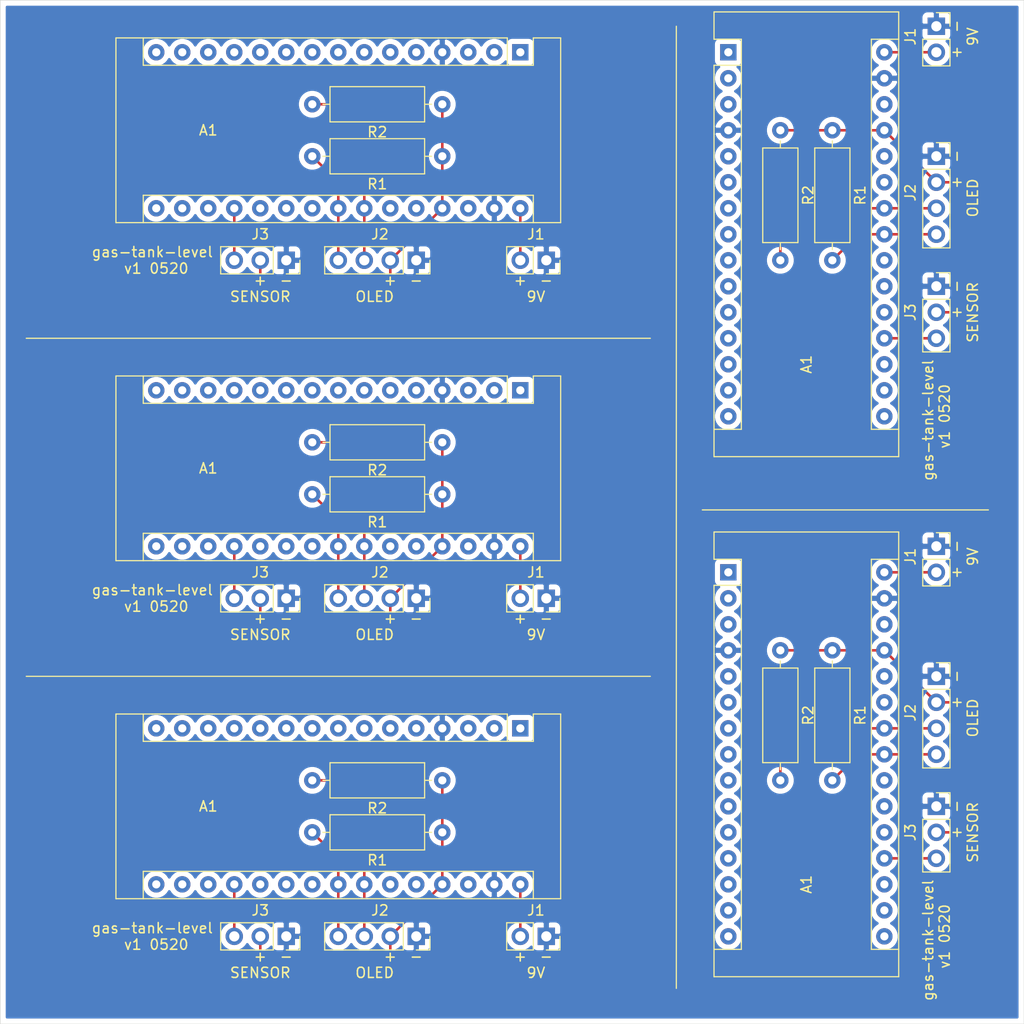
<source format=kicad_pcb>
(kicad_pcb (version 20171130) (host pcbnew 5.1.5-52549c5~84~ubuntu18.04.1)
  (layers (0 F.Cu signal) (31 B.Cu signal hide) (34 B.Paste user) (35 F.Paste user) (36 B.SilkS user) (37 F.SilkS user) (38 B.Mask user) (39 F.Mask user) (44 Edge.Cuts user))
  (net 0 "")
  (net 1 "Net-(A1-Pad1)")
  (net 2 "Net-(A1-Pad17)")
  (net 3 "Net-(A1-Pad2)")
  (net 4 "Net-(A1-Pad18)")
  (net 5 "Net-(A1-Pad3)")
  (net 6 DISTANCE_SENSOR_PIN)
  (net 7 GND)
  (net 8 "Net-(A1-Pad20)")
  (net 9 "Net-(A1-Pad5)")
  (net 10 "Net-(A1-Pad21)")
  (net 11 "Net-(A1-Pad6)")
  (net 12 "Net-(A1-Pad22)")
  (net 13 "Net-(A1-Pad7)")
  (net 14 I2C_SDA)
  (net 15 "Net-(A1-Pad8)")
  (net 16 I2C_SCL)
  (net 17 "Net-(A1-Pad9)")
  (net 18 "Net-(A1-Pad25)")
  (net 19 "Net-(A1-Pad10)")
  (net 20 "Net-(A1-Pad26)")
  (net 21 "Net-(A1-Pad11)")
  (net 22 +5V)
  (net 23 "Net-(A1-Pad12)")
  (net 24 "Net-(A1-Pad28)")
  (net 25 "Net-(A1-Pad13)")
  (net 26 "Net-(A1-Pad14)")
  (net 27 VIN)
  (net 28 "Net-(A1-Pad15)")
  (net 29 "Net-(A1-Pad16)")
  (module Module:Arduino_Nano (layer F.Cu) (at 172.72 106.68)
    (fp_text reference A1 (at 7.62 30.48 -90) (layer F.SilkS))
    (fp_text value Arduino_Nano_v3.x)
    (pad 1 thru_hole rect (at 0 0) (size 1.6 1.6) (drill 0.8) (layers *.Cu *.Mask) (net 1 "Net-(A1-Pad1)"))
    (pad 17 thru_hole oval (at 15.24 33.02) (size 1.6 1.6) (drill 0.8) (layers *.Cu *.Mask) (net 2 "Net-(A1-Pad17)"))
    (pad 2 thru_hole oval (at 0 2.54) (size 1.6 1.6) (drill 0.8) (layers *.Cu *.Mask) (net 3 "Net-(A1-Pad2)"))
    (pad 18 thru_hole oval (at 15.24 30.48) (size 1.6 1.6) (drill 0.8) (layers *.Cu *.Mask) (net 4 "Net-(A1-Pad18)"))
    (pad 3 thru_hole oval (at 0 5.08) (size 1.6 1.6) (drill 0.8) (layers *.Cu *.Mask) (net 5 "Net-(A1-Pad3)"))
    (pad 19 thru_hole oval (at 15.24 27.94) (size 1.6 1.6) (drill 0.8) (layers *.Cu *.Mask) (net 6 DISTANCE_SENSOR_PIN))
    (pad 4 thru_hole oval (at 0 7.62) (size 1.6 1.6) (drill 0.8) (layers *.Cu *.Mask) (net 7 GND))
    (pad 20 thru_hole oval (at 15.24 25.4) (size 1.6 1.6) (drill 0.8) (layers *.Cu *.Mask) (net 8 "Net-(A1-Pad20)"))
    (pad 5 thru_hole oval (at 0 10.16) (size 1.6 1.6) (drill 0.8) (layers *.Cu *.Mask) (net 9 "Net-(A1-Pad5)"))
    (pad 21 thru_hole oval (at 15.24 22.86) (size 1.6 1.6) (drill 0.8) (layers *.Cu *.Mask) (net 10 "Net-(A1-Pad21)"))
    (pad 6 thru_hole oval (at 0 12.7) (size 1.6 1.6) (drill 0.8) (layers *.Cu *.Mask) (net 11 "Net-(A1-Pad6)"))
    (pad 22 thru_hole oval (at 15.24 20.32) (size 1.6 1.6) (drill 0.8) (layers *.Cu *.Mask) (net 12 "Net-(A1-Pad22)"))
    (pad 7 thru_hole oval (at 0 15.24) (size 1.6 1.6) (drill 0.8) (layers *.Cu *.Mask) (net 13 "Net-(A1-Pad7)"))
    (pad 23 thru_hole oval (at 15.24 17.78) (size 1.6 1.6) (drill 0.8) (layers *.Cu *.Mask) (net 14 I2C_SDA))
    (pad 8 thru_hole oval (at 0 17.78) (size 1.6 1.6) (drill 0.8) (layers *.Cu *.Mask) (net 15 "Net-(A1-Pad8)"))
    (pad 24 thru_hole oval (at 15.24 15.24) (size 1.6 1.6) (drill 0.8) (layers *.Cu *.Mask) (net 16 I2C_SCL))
    (pad 9 thru_hole oval (at 0 20.32) (size 1.6 1.6) (drill 0.8) (layers *.Cu *.Mask) (net 17 "Net-(A1-Pad9)"))
    (pad 25 thru_hole oval (at 15.24 12.7) (size 1.6 1.6) (drill 0.8) (layers *.Cu *.Mask) (net 18 "Net-(A1-Pad25)"))
    (pad 10 thru_hole oval (at 0 22.86) (size 1.6 1.6) (drill 0.8) (layers *.Cu *.Mask) (net 19 "Net-(A1-Pad10)"))
    (pad 26 thru_hole oval (at 15.24 10.16) (size 1.6 1.6) (drill 0.8) (layers *.Cu *.Mask) (net 20 "Net-(A1-Pad26)"))
    (pad 11 thru_hole oval (at 0 25.4) (size 1.6 1.6) (drill 0.8) (layers *.Cu *.Mask) (net 21 "Net-(A1-Pad11)"))
    (pad 27 thru_hole oval (at 15.24 7.62) (size 1.6 1.6) (drill 0.8) (layers *.Cu *.Mask) (net 22 +5V))
    (pad 12 thru_hole oval (at 0 27.94) (size 1.6 1.6) (drill 0.8) (layers *.Cu *.Mask) (net 23 "Net-(A1-Pad12)"))
    (pad 28 thru_hole oval (at 15.24 5.08) (size 1.6 1.6) (drill 0.8) (layers *.Cu *.Mask) (net 24 "Net-(A1-Pad28)"))
    (pad 13 thru_hole oval (at 0 30.48) (size 1.6 1.6) (drill 0.8) (layers *.Cu *.Mask) (net 25 "Net-(A1-Pad13)"))
    (pad 29 thru_hole oval (at 15.24 2.54) (size 1.6 1.6) (drill 0.8) (layers *.Cu *.Mask) (net 7 GND))
    (pad 14 thru_hole oval (at 0 33.02) (size 1.6 1.6) (drill 0.8) (layers *.Cu *.Mask) (net 26 "Net-(A1-Pad14)"))
    (pad 30 thru_hole oval (at 15.24 0) (size 1.6 1.6) (drill 0.8) (layers *.Cu *.Mask) (net 27 VIN))
    (pad 15 thru_hole oval (at 0 35.56) (size 1.6 1.6) (drill 0.8) (layers *.Cu *.Mask) (net 28 "Net-(A1-Pad15)"))
    (pad 16 thru_hole oval (at 15.24 35.56) (size 1.6 1.6) (drill 0.8) (layers *.Cu *.Mask) (net 29 "Net-(A1-Pad16)"))
  )
  (module Resistor_THT:R_Axial_DIN0309_L9.0mm_D3.2mm_P12.70mm_Horizontal (layer F.Cu) (at 182.88 114.3 270)
    (fp_text reference R1 (at 6.35 -2.72 90) (layer F.SilkS))
    (fp_text value 3.3K)
    (pad 1 thru_hole circle (at 0 0 270) (size 1.6 1.6) (drill 0.8) (layers *.Cu *.Mask) (net 22 +5V))
    (pad 2 thru_hole oval (at 12.7 0 270) (size 1.6 1.6) (drill 0.8) (layers *.Cu *.Mask) (net 14 I2C_SDA))
  )
  (module Connector_PinSocket_2.54mm:PinSocket_1x03_P2.54mm_Vertical (layer F.Cu) (at 193.04 129.54)
    (fp_text reference J3 (at -2.54 2.54 -90) (layer F.SilkS))
    (fp_text value Conn_01x03_Female)
    (pad 1 thru_hole rect (at 0 0) (size 1.7 1.7) (drill 1) (layers *.Cu *.Mask) (net 7 GND))
    (pad 2 thru_hole oval (at 0 2.54) (size 1.7 1.7) (drill 1) (layers *.Cu *.Mask) (net 22 +5V))
    (pad 3 thru_hole oval (at 0 5.08) (size 1.7 1.7) (drill 1) (layers *.Cu *.Mask) (net 6 DISTANCE_SENSOR_PIN))
  )
  (module Connector_PinSocket_2.54mm:PinSocket_1x04_P2.54mm_Vertical (layer F.Cu) (at 193.04 116.84)
    (fp_text reference J2 (at -2.54 3.556 -90) (layer F.SilkS))
    (fp_text value Conn_01x04_Female)
    (pad 1 thru_hole rect (at 0 0) (size 1.7 1.7) (drill 1) (layers *.Cu *.Mask) (net 7 GND))
    (pad 2 thru_hole oval (at 0 2.54) (size 1.7 1.7) (drill 1) (layers *.Cu *.Mask) (net 22 +5V))
    (pad 3 thru_hole oval (at 0 5.08) (size 1.7 1.7) (drill 1) (layers *.Cu *.Mask) (net 16 I2C_SCL))
    (pad 4 thru_hole oval (at 0 7.62) (size 1.7 1.7) (drill 1) (layers *.Cu *.Mask) (net 14 I2C_SDA))
  )
  (module Resistor_THT:R_Axial_DIN0309_L9.0mm_D3.2mm_P12.70mm_Horizontal (layer F.Cu) (at 177.8 114.3 270)
    (fp_text reference R2 (at 6.35 -2.72 90) (layer F.SilkS))
    (fp_text value 3.3K)
    (pad 2 thru_hole oval (at 12.7 0 270) (size 1.6 1.6) (drill 0.8) (layers *.Cu *.Mask) (net 16 I2C_SCL))
    (pad 1 thru_hole circle (at 0 0 270) (size 1.6 1.6) (drill 0.8) (layers *.Cu *.Mask) (net 22 +5V))
  )
  (module Connector_PinSocket_2.54mm:PinSocket_1x02_P2.54mm_Vertical (layer F.Cu) (at 193.04 104.14)
    (fp_text reference J1 (at -2.54 1.016 -90) (layer F.SilkS))
    (fp_text value Conn_01x02_Female)
    (pad 2 thru_hole oval (at 0 2.54) (size 1.7 1.7) (drill 1) (layers *.Cu *.Mask) (net 27 VIN))
    (pad 1 thru_hole rect (at 0 0) (size 1.7 1.7) (drill 1) (layers *.Cu *.Mask) (net 7 GND))
  )
  (module Connector_PinSocket_2.54mm:PinSocket_1x03_P2.54mm_Vertical (layer F.Cu) (at 193.04 78.74)
    (fp_text reference J3 (at -2.54 2.54 -90) (layer F.SilkS))
    (fp_text value Conn_01x03_Female)
    (pad 3 thru_hole oval (at 0 5.08) (size 1.7 1.7) (drill 1) (layers *.Cu *.Mask) (net 6 DISTANCE_SENSOR_PIN))
    (pad 2 thru_hole oval (at 0 2.54) (size 1.7 1.7) (drill 1) (layers *.Cu *.Mask) (net 22 +5V))
    (pad 1 thru_hole rect (at 0 0) (size 1.7 1.7) (drill 1) (layers *.Cu *.Mask) (net 7 GND))
  )
  (module Connector_PinSocket_2.54mm:PinSocket_1x04_P2.54mm_Vertical (layer F.Cu) (at 193.04 66.04)
    (fp_text reference J2 (at -2.54 3.556 -90) (layer F.SilkS))
    (fp_text value Conn_01x04_Female)
    (pad 4 thru_hole oval (at 0 7.62) (size 1.7 1.7) (drill 1) (layers *.Cu *.Mask) (net 14 I2C_SDA))
    (pad 3 thru_hole oval (at 0 5.08) (size 1.7 1.7) (drill 1) (layers *.Cu *.Mask) (net 16 I2C_SCL))
    (pad 2 thru_hole oval (at 0 2.54) (size 1.7 1.7) (drill 1) (layers *.Cu *.Mask) (net 22 +5V))
    (pad 1 thru_hole rect (at 0 0) (size 1.7 1.7) (drill 1) (layers *.Cu *.Mask) (net 7 GND))
  )
  (module Connector_PinSocket_2.54mm:PinSocket_1x02_P2.54mm_Vertical (layer F.Cu) (at 193.04 53.34)
    (fp_text reference J1 (at -2.54 1.016 -90) (layer F.SilkS))
    (fp_text value Conn_01x02_Female)
    (pad 1 thru_hole rect (at 0 0) (size 1.7 1.7) (drill 1) (layers *.Cu *.Mask) (net 7 GND))
    (pad 2 thru_hole oval (at 0 2.54) (size 1.7 1.7) (drill 1) (layers *.Cu *.Mask) (net 27 VIN))
  )
  (module Module:Arduino_Nano (layer F.Cu) (at 172.72 55.88)
    (fp_text reference A1 (at 7.62 30.48 -90) (layer F.SilkS))
    (fp_text value Arduino_Nano_v3.x)
    (pad 16 thru_hole oval (at 15.24 35.56) (size 1.6 1.6) (drill 0.8) (layers *.Cu *.Mask) (net 29 "Net-(A1-Pad16)"))
    (pad 15 thru_hole oval (at 0 35.56) (size 1.6 1.6) (drill 0.8) (layers *.Cu *.Mask) (net 28 "Net-(A1-Pad15)"))
    (pad 30 thru_hole oval (at 15.24 0) (size 1.6 1.6) (drill 0.8) (layers *.Cu *.Mask) (net 27 VIN))
    (pad 14 thru_hole oval (at 0 33.02) (size 1.6 1.6) (drill 0.8) (layers *.Cu *.Mask) (net 26 "Net-(A1-Pad14)"))
    (pad 29 thru_hole oval (at 15.24 2.54) (size 1.6 1.6) (drill 0.8) (layers *.Cu *.Mask) (net 7 GND))
    (pad 13 thru_hole oval (at 0 30.48) (size 1.6 1.6) (drill 0.8) (layers *.Cu *.Mask) (net 25 "Net-(A1-Pad13)"))
    (pad 28 thru_hole oval (at 15.24 5.08) (size 1.6 1.6) (drill 0.8) (layers *.Cu *.Mask) (net 24 "Net-(A1-Pad28)"))
    (pad 12 thru_hole oval (at 0 27.94) (size 1.6 1.6) (drill 0.8) (layers *.Cu *.Mask) (net 23 "Net-(A1-Pad12)"))
    (pad 27 thru_hole oval (at 15.24 7.62) (size 1.6 1.6) (drill 0.8) (layers *.Cu *.Mask) (net 22 +5V))
    (pad 11 thru_hole oval (at 0 25.4) (size 1.6 1.6) (drill 0.8) (layers *.Cu *.Mask) (net 21 "Net-(A1-Pad11)"))
    (pad 26 thru_hole oval (at 15.24 10.16) (size 1.6 1.6) (drill 0.8) (layers *.Cu *.Mask) (net 20 "Net-(A1-Pad26)"))
    (pad 10 thru_hole oval (at 0 22.86) (size 1.6 1.6) (drill 0.8) (layers *.Cu *.Mask) (net 19 "Net-(A1-Pad10)"))
    (pad 25 thru_hole oval (at 15.24 12.7) (size 1.6 1.6) (drill 0.8) (layers *.Cu *.Mask) (net 18 "Net-(A1-Pad25)"))
    (pad 9 thru_hole oval (at 0 20.32) (size 1.6 1.6) (drill 0.8) (layers *.Cu *.Mask) (net 17 "Net-(A1-Pad9)"))
    (pad 24 thru_hole oval (at 15.24 15.24) (size 1.6 1.6) (drill 0.8) (layers *.Cu *.Mask) (net 16 I2C_SCL))
    (pad 8 thru_hole oval (at 0 17.78) (size 1.6 1.6) (drill 0.8) (layers *.Cu *.Mask) (net 15 "Net-(A1-Pad8)"))
    (pad 23 thru_hole oval (at 15.24 17.78) (size 1.6 1.6) (drill 0.8) (layers *.Cu *.Mask) (net 14 I2C_SDA))
    (pad 7 thru_hole oval (at 0 15.24) (size 1.6 1.6) (drill 0.8) (layers *.Cu *.Mask) (net 13 "Net-(A1-Pad7)"))
    (pad 22 thru_hole oval (at 15.24 20.32) (size 1.6 1.6) (drill 0.8) (layers *.Cu *.Mask) (net 12 "Net-(A1-Pad22)"))
    (pad 6 thru_hole oval (at 0 12.7) (size 1.6 1.6) (drill 0.8) (layers *.Cu *.Mask) (net 11 "Net-(A1-Pad6)"))
    (pad 21 thru_hole oval (at 15.24 22.86) (size 1.6 1.6) (drill 0.8) (layers *.Cu *.Mask) (net 10 "Net-(A1-Pad21)"))
    (pad 5 thru_hole oval (at 0 10.16) (size 1.6 1.6) (drill 0.8) (layers *.Cu *.Mask) (net 9 "Net-(A1-Pad5)"))
    (pad 20 thru_hole oval (at 15.24 25.4) (size 1.6 1.6) (drill 0.8) (layers *.Cu *.Mask) (net 8 "Net-(A1-Pad20)"))
    (pad 4 thru_hole oval (at 0 7.62) (size 1.6 1.6) (drill 0.8) (layers *.Cu *.Mask) (net 7 GND))
    (pad 19 thru_hole oval (at 15.24 27.94) (size 1.6 1.6) (drill 0.8) (layers *.Cu *.Mask) (net 6 DISTANCE_SENSOR_PIN))
    (pad 3 thru_hole oval (at 0 5.08) (size 1.6 1.6) (drill 0.8) (layers *.Cu *.Mask) (net 5 "Net-(A1-Pad3)"))
    (pad 18 thru_hole oval (at 15.24 30.48) (size 1.6 1.6) (drill 0.8) (layers *.Cu *.Mask) (net 4 "Net-(A1-Pad18)"))
    (pad 2 thru_hole oval (at 0 2.54) (size 1.6 1.6) (drill 0.8) (layers *.Cu *.Mask) (net 3 "Net-(A1-Pad2)"))
    (pad 17 thru_hole oval (at 15.24 33.02) (size 1.6 1.6) (drill 0.8) (layers *.Cu *.Mask) (net 2 "Net-(A1-Pad17)"))
    (pad 1 thru_hole rect (at 0 0) (size 1.6 1.6) (drill 0.8) (layers *.Cu *.Mask) (net 1 "Net-(A1-Pad1)"))
  )
  (module Resistor_THT:R_Axial_DIN0309_L9.0mm_D3.2mm_P12.70mm_Horizontal (layer F.Cu) (at 177.8 63.5 270)
    (fp_text reference R2 (at 6.35 -2.72 90) (layer F.SilkS))
    (fp_text value 3.3K)
    (pad 1 thru_hole circle (at 0 0 270) (size 1.6 1.6) (drill 0.8) (layers *.Cu *.Mask) (net 22 +5V))
    (pad 2 thru_hole oval (at 12.7 0 270) (size 1.6 1.6) (drill 0.8) (layers *.Cu *.Mask) (net 16 I2C_SCL))
  )
  (module Resistor_THT:R_Axial_DIN0309_L9.0mm_D3.2mm_P12.70mm_Horizontal (layer F.Cu) (at 182.88 63.5 270)
    (fp_text reference R1 (at 6.35 -2.72 90) (layer F.SilkS))
    (fp_text value 3.3K)
    (pad 2 thru_hole oval (at 12.7 0 270) (size 1.6 1.6) (drill 0.8) (layers *.Cu *.Mask) (net 14 I2C_SDA))
    (pad 1 thru_hole circle (at 0 0 270) (size 1.6 1.6) (drill 0.8) (layers *.Cu *.Mask) (net 22 +5V))
  )
  (module Connector_PinSocket_2.54mm:PinSocket_1x02_P2.54mm_Vertical (layer F.Cu) (at 154.94 142.24 270)
    (fp_text reference J1 (at -2.54 1.016 180) (layer F.SilkS))
    (fp_text value Conn_01x02_Female)
    (pad 2 thru_hole oval (at 0 2.54 270) (size 1.7 1.7) (drill 1) (layers *.Cu *.Mask) (net 27 VIN))
    (pad 1 thru_hole rect (at 0 0 270) (size 1.7 1.7) (drill 1) (layers *.Cu *.Mask) (net 7 GND))
  )
  (module Connector_PinSocket_2.54mm:PinSocket_1x03_P2.54mm_Vertical (layer F.Cu) (at 129.54 142.24 270)
    (fp_text reference J3 (at -2.54 2.54 180) (layer F.SilkS))
    (fp_text value Conn_01x03_Female)
    (pad 1 thru_hole rect (at 0 0 270) (size 1.7 1.7) (drill 1) (layers *.Cu *.Mask) (net 7 GND))
    (pad 2 thru_hole oval (at 0 2.54 270) (size 1.7 1.7) (drill 1) (layers *.Cu *.Mask) (net 22 +5V))
    (pad 3 thru_hole oval (at 0 5.08 270) (size 1.7 1.7) (drill 1) (layers *.Cu *.Mask) (net 6 DISTANCE_SENSOR_PIN))
  )
  (module Resistor_THT:R_Axial_DIN0309_L9.0mm_D3.2mm_P12.70mm_Horizontal (layer F.Cu) (at 144.78 132.08 180)
    (fp_text reference R1 (at 6.35 -2.72) (layer F.SilkS))
    (fp_text value 3.3K)
    (pad 1 thru_hole circle (at 0 0 180) (size 1.6 1.6) (drill 0.8) (layers *.Cu *.Mask) (net 22 +5V))
    (pad 2 thru_hole oval (at 12.7 0 180) (size 1.6 1.6) (drill 0.8) (layers *.Cu *.Mask) (net 14 I2C_SDA))
  )
  (module Module:Arduino_Nano (layer F.Cu) (at 152.4 121.92 270)
    (fp_text reference A1 (at 7.62 30.48 180) (layer F.SilkS))
    (fp_text value Arduino_Nano_v3.x)
    (pad 1 thru_hole rect (at 0 0 270) (size 1.6 1.6) (drill 0.8) (layers *.Cu *.Mask) (net 1 "Net-(A1-Pad1)"))
    (pad 17 thru_hole oval (at 15.24 33.02 270) (size 1.6 1.6) (drill 0.8) (layers *.Cu *.Mask) (net 2 "Net-(A1-Pad17)"))
    (pad 2 thru_hole oval (at 0 2.54 270) (size 1.6 1.6) (drill 0.8) (layers *.Cu *.Mask) (net 3 "Net-(A1-Pad2)"))
    (pad 18 thru_hole oval (at 15.24 30.48 270) (size 1.6 1.6) (drill 0.8) (layers *.Cu *.Mask) (net 4 "Net-(A1-Pad18)"))
    (pad 3 thru_hole oval (at 0 5.08 270) (size 1.6 1.6) (drill 0.8) (layers *.Cu *.Mask) (net 5 "Net-(A1-Pad3)"))
    (pad 19 thru_hole oval (at 15.24 27.94 270) (size 1.6 1.6) (drill 0.8) (layers *.Cu *.Mask) (net 6 DISTANCE_SENSOR_PIN))
    (pad 4 thru_hole oval (at 0 7.62 270) (size 1.6 1.6) (drill 0.8) (layers *.Cu *.Mask) (net 7 GND))
    (pad 20 thru_hole oval (at 15.24 25.4 270) (size 1.6 1.6) (drill 0.8) (layers *.Cu *.Mask) (net 8 "Net-(A1-Pad20)"))
    (pad 5 thru_hole oval (at 0 10.16 270) (size 1.6 1.6) (drill 0.8) (layers *.Cu *.Mask) (net 9 "Net-(A1-Pad5)"))
    (pad 21 thru_hole oval (at 15.24 22.86 270) (size 1.6 1.6) (drill 0.8) (layers *.Cu *.Mask) (net 10 "Net-(A1-Pad21)"))
    (pad 6 thru_hole oval (at 0 12.7 270) (size 1.6 1.6) (drill 0.8) (layers *.Cu *.Mask) (net 11 "Net-(A1-Pad6)"))
    (pad 22 thru_hole oval (at 15.24 20.32 270) (size 1.6 1.6) (drill 0.8) (layers *.Cu *.Mask) (net 12 "Net-(A1-Pad22)"))
    (pad 7 thru_hole oval (at 0 15.24 270) (size 1.6 1.6) (drill 0.8) (layers *.Cu *.Mask) (net 13 "Net-(A1-Pad7)"))
    (pad 23 thru_hole oval (at 15.24 17.78 270) (size 1.6 1.6) (drill 0.8) (layers *.Cu *.Mask) (net 14 I2C_SDA))
    (pad 8 thru_hole oval (at 0 17.78 270) (size 1.6 1.6) (drill 0.8) (layers *.Cu *.Mask) (net 15 "Net-(A1-Pad8)"))
    (pad 24 thru_hole oval (at 15.24 15.24 270) (size 1.6 1.6) (drill 0.8) (layers *.Cu *.Mask) (net 16 I2C_SCL))
    (pad 9 thru_hole oval (at 0 20.32 270) (size 1.6 1.6) (drill 0.8) (layers *.Cu *.Mask) (net 17 "Net-(A1-Pad9)"))
    (pad 25 thru_hole oval (at 15.24 12.7 270) (size 1.6 1.6) (drill 0.8) (layers *.Cu *.Mask) (net 18 "Net-(A1-Pad25)"))
    (pad 10 thru_hole oval (at 0 22.86 270) (size 1.6 1.6) (drill 0.8) (layers *.Cu *.Mask) (net 19 "Net-(A1-Pad10)"))
    (pad 26 thru_hole oval (at 15.24 10.16 270) (size 1.6 1.6) (drill 0.8) (layers *.Cu *.Mask) (net 20 "Net-(A1-Pad26)"))
    (pad 11 thru_hole oval (at 0 25.4 270) (size 1.6 1.6) (drill 0.8) (layers *.Cu *.Mask) (net 21 "Net-(A1-Pad11)"))
    (pad 27 thru_hole oval (at 15.24 7.62 270) (size 1.6 1.6) (drill 0.8) (layers *.Cu *.Mask) (net 22 +5V))
    (pad 12 thru_hole oval (at 0 27.94 270) (size 1.6 1.6) (drill 0.8) (layers *.Cu *.Mask) (net 23 "Net-(A1-Pad12)"))
    (pad 28 thru_hole oval (at 15.24 5.08 270) (size 1.6 1.6) (drill 0.8) (layers *.Cu *.Mask) (net 24 "Net-(A1-Pad28)"))
    (pad 13 thru_hole oval (at 0 30.48 270) (size 1.6 1.6) (drill 0.8) (layers *.Cu *.Mask) (net 25 "Net-(A1-Pad13)"))
    (pad 29 thru_hole oval (at 15.24 2.54 270) (size 1.6 1.6) (drill 0.8) (layers *.Cu *.Mask) (net 7 GND))
    (pad 14 thru_hole oval (at 0 33.02 270) (size 1.6 1.6) (drill 0.8) (layers *.Cu *.Mask) (net 26 "Net-(A1-Pad14)"))
    (pad 30 thru_hole oval (at 15.24 0 270) (size 1.6 1.6) (drill 0.8) (layers *.Cu *.Mask) (net 27 VIN))
    (pad 15 thru_hole oval (at 0 35.56 270) (size 1.6 1.6) (drill 0.8) (layers *.Cu *.Mask) (net 28 "Net-(A1-Pad15)"))
    (pad 16 thru_hole oval (at 15.24 35.56 270) (size 1.6 1.6) (drill 0.8) (layers *.Cu *.Mask) (net 29 "Net-(A1-Pad16)"))
  )
  (module Resistor_THT:R_Axial_DIN0309_L9.0mm_D3.2mm_P12.70mm_Horizontal (layer F.Cu) (at 144.78 127 180)
    (fp_text reference R2 (at 6.35 -2.72) (layer F.SilkS))
    (fp_text value 3.3K)
    (pad 2 thru_hole oval (at 12.7 0 180) (size 1.6 1.6) (drill 0.8) (layers *.Cu *.Mask) (net 16 I2C_SCL))
    (pad 1 thru_hole circle (at 0 0 180) (size 1.6 1.6) (drill 0.8) (layers *.Cu *.Mask) (net 22 +5V))
  )
  (module Connector_PinSocket_2.54mm:PinSocket_1x04_P2.54mm_Vertical (layer F.Cu) (at 142.24 142.24 270)
    (fp_text reference J2 (at -2.54 3.556 180) (layer F.SilkS))
    (fp_text value Conn_01x04_Female)
    (pad 1 thru_hole rect (at 0 0 270) (size 1.7 1.7) (drill 1) (layers *.Cu *.Mask) (net 7 GND))
    (pad 2 thru_hole oval (at 0 2.54 270) (size 1.7 1.7) (drill 1) (layers *.Cu *.Mask) (net 22 +5V))
    (pad 3 thru_hole oval (at 0 5.08 270) (size 1.7 1.7) (drill 1) (layers *.Cu *.Mask) (net 16 I2C_SCL))
    (pad 4 thru_hole oval (at 0 7.62 270) (size 1.7 1.7) (drill 1) (layers *.Cu *.Mask) (net 14 I2C_SDA))
  )
  (module Connector_PinSocket_2.54mm:PinSocket_1x02_P2.54mm_Vertical (layer F.Cu) (at 154.94 109.22 270)
    (fp_text reference J1 (at -2.54 1.016 180) (layer F.SilkS))
    (fp_text value Conn_01x02_Female)
    (pad 1 thru_hole rect (at 0 0 270) (size 1.7 1.7) (drill 1) (layers *.Cu *.Mask) (net 7 GND))
    (pad 2 thru_hole oval (at 0 2.54 270) (size 1.7 1.7) (drill 1) (layers *.Cu *.Mask) (net 27 VIN))
  )
  (module Module:Arduino_Nano (layer F.Cu) (at 152.4 88.9 270)
    (fp_text reference A1 (at 7.62 30.48 180) (layer F.SilkS))
    (fp_text value Arduino_Nano_v3.x)
    (pad 16 thru_hole oval (at 15.24 35.56 270) (size 1.6 1.6) (drill 0.8) (layers *.Cu *.Mask) (net 29 "Net-(A1-Pad16)"))
    (pad 15 thru_hole oval (at 0 35.56 270) (size 1.6 1.6) (drill 0.8) (layers *.Cu *.Mask) (net 28 "Net-(A1-Pad15)"))
    (pad 30 thru_hole oval (at 15.24 0 270) (size 1.6 1.6) (drill 0.8) (layers *.Cu *.Mask) (net 27 VIN))
    (pad 14 thru_hole oval (at 0 33.02 270) (size 1.6 1.6) (drill 0.8) (layers *.Cu *.Mask) (net 26 "Net-(A1-Pad14)"))
    (pad 29 thru_hole oval (at 15.24 2.54 270) (size 1.6 1.6) (drill 0.8) (layers *.Cu *.Mask) (net 7 GND))
    (pad 13 thru_hole oval (at 0 30.48 270) (size 1.6 1.6) (drill 0.8) (layers *.Cu *.Mask) (net 25 "Net-(A1-Pad13)"))
    (pad 28 thru_hole oval (at 15.24 5.08 270) (size 1.6 1.6) (drill 0.8) (layers *.Cu *.Mask) (net 24 "Net-(A1-Pad28)"))
    (pad 12 thru_hole oval (at 0 27.94 270) (size 1.6 1.6) (drill 0.8) (layers *.Cu *.Mask) (net 23 "Net-(A1-Pad12)"))
    (pad 27 thru_hole oval (at 15.24 7.62 270) (size 1.6 1.6) (drill 0.8) (layers *.Cu *.Mask) (net 22 +5V))
    (pad 11 thru_hole oval (at 0 25.4 270) (size 1.6 1.6) (drill 0.8) (layers *.Cu *.Mask) (net 21 "Net-(A1-Pad11)"))
    (pad 26 thru_hole oval (at 15.24 10.16 270) (size 1.6 1.6) (drill 0.8) (layers *.Cu *.Mask) (net 20 "Net-(A1-Pad26)"))
    (pad 10 thru_hole oval (at 0 22.86 270) (size 1.6 1.6) (drill 0.8) (layers *.Cu *.Mask) (net 19 "Net-(A1-Pad10)"))
    (pad 25 thru_hole oval (at 15.24 12.7 270) (size 1.6 1.6) (drill 0.8) (layers *.Cu *.Mask) (net 18 "Net-(A1-Pad25)"))
    (pad 9 thru_hole oval (at 0 20.32 270) (size 1.6 1.6) (drill 0.8) (layers *.Cu *.Mask) (net 17 "Net-(A1-Pad9)"))
    (pad 24 thru_hole oval (at 15.24 15.24 270) (size 1.6 1.6) (drill 0.8) (layers *.Cu *.Mask) (net 16 I2C_SCL))
    (pad 8 thru_hole oval (at 0 17.78 270) (size 1.6 1.6) (drill 0.8) (layers *.Cu *.Mask) (net 15 "Net-(A1-Pad8)"))
    (pad 23 thru_hole oval (at 15.24 17.78 270) (size 1.6 1.6) (drill 0.8) (layers *.Cu *.Mask) (net 14 I2C_SDA))
    (pad 7 thru_hole oval (at 0 15.24 270) (size 1.6 1.6) (drill 0.8) (layers *.Cu *.Mask) (net 13 "Net-(A1-Pad7)"))
    (pad 22 thru_hole oval (at 15.24 20.32 270) (size 1.6 1.6) (drill 0.8) (layers *.Cu *.Mask) (net 12 "Net-(A1-Pad22)"))
    (pad 6 thru_hole oval (at 0 12.7 270) (size 1.6 1.6) (drill 0.8) (layers *.Cu *.Mask) (net 11 "Net-(A1-Pad6)"))
    (pad 21 thru_hole oval (at 15.24 22.86 270) (size 1.6 1.6) (drill 0.8) (layers *.Cu *.Mask) (net 10 "Net-(A1-Pad21)"))
    (pad 5 thru_hole oval (at 0 10.16 270) (size 1.6 1.6) (drill 0.8) (layers *.Cu *.Mask) (net 9 "Net-(A1-Pad5)"))
    (pad 20 thru_hole oval (at 15.24 25.4 270) (size 1.6 1.6) (drill 0.8) (layers *.Cu *.Mask) (net 8 "Net-(A1-Pad20)"))
    (pad 4 thru_hole oval (at 0 7.62 270) (size 1.6 1.6) (drill 0.8) (layers *.Cu *.Mask) (net 7 GND))
    (pad 19 thru_hole oval (at 15.24 27.94 270) (size 1.6 1.6) (drill 0.8) (layers *.Cu *.Mask) (net 6 DISTANCE_SENSOR_PIN))
    (pad 3 thru_hole oval (at 0 5.08 270) (size 1.6 1.6) (drill 0.8) (layers *.Cu *.Mask) (net 5 "Net-(A1-Pad3)"))
    (pad 18 thru_hole oval (at 15.24 30.48 270) (size 1.6 1.6) (drill 0.8) (layers *.Cu *.Mask) (net 4 "Net-(A1-Pad18)"))
    (pad 2 thru_hole oval (at 0 2.54 270) (size 1.6 1.6) (drill 0.8) (layers *.Cu *.Mask) (net 3 "Net-(A1-Pad2)"))
    (pad 17 thru_hole oval (at 15.24 33.02 270) (size 1.6 1.6) (drill 0.8) (layers *.Cu *.Mask) (net 2 "Net-(A1-Pad17)"))
    (pad 1 thru_hole rect (at 0 0 270) (size 1.6 1.6) (drill 0.8) (layers *.Cu *.Mask) (net 1 "Net-(A1-Pad1)"))
  )
  (module Resistor_THT:R_Axial_DIN0309_L9.0mm_D3.2mm_P12.70mm_Horizontal (layer F.Cu) (at 144.78 99.06 180)
    (fp_text reference R1 (at 6.35 -2.72) (layer F.SilkS))
    (fp_text value 3.3K)
    (pad 2 thru_hole oval (at 12.7 0 180) (size 1.6 1.6) (drill 0.8) (layers *.Cu *.Mask) (net 14 I2C_SDA))
    (pad 1 thru_hole circle (at 0 0 180) (size 1.6 1.6) (drill 0.8) (layers *.Cu *.Mask) (net 22 +5V))
  )
  (module Connector_PinSocket_2.54mm:PinSocket_1x03_P2.54mm_Vertical (layer F.Cu) (at 129.54 109.22 270)
    (fp_text reference J3 (at -2.54 2.54 180) (layer F.SilkS))
    (fp_text value Conn_01x03_Female)
    (pad 3 thru_hole oval (at 0 5.08 270) (size 1.7 1.7) (drill 1) (layers *.Cu *.Mask) (net 6 DISTANCE_SENSOR_PIN))
    (pad 2 thru_hole oval (at 0 2.54 270) (size 1.7 1.7) (drill 1) (layers *.Cu *.Mask) (net 22 +5V))
    (pad 1 thru_hole rect (at 0 0 270) (size 1.7 1.7) (drill 1) (layers *.Cu *.Mask) (net 7 GND))
  )
  (module Resistor_THT:R_Axial_DIN0309_L9.0mm_D3.2mm_P12.70mm_Horizontal (layer F.Cu) (at 144.78 93.98 180)
    (fp_text reference R2 (at 6.35 -2.72) (layer F.SilkS))
    (fp_text value 3.3K)
    (pad 1 thru_hole circle (at 0 0 180) (size 1.6 1.6) (drill 0.8) (layers *.Cu *.Mask) (net 22 +5V))
    (pad 2 thru_hole oval (at 12.7 0 180) (size 1.6 1.6) (drill 0.8) (layers *.Cu *.Mask) (net 16 I2C_SCL))
  )
  (module Connector_PinSocket_2.54mm:PinSocket_1x04_P2.54mm_Vertical (layer F.Cu) (at 142.24 109.22 270)
    (fp_text reference J2 (at -2.54 3.556 180) (layer F.SilkS))
    (fp_text value Conn_01x04_Female)
    (pad 4 thru_hole oval (at 0 7.62 270) (size 1.7 1.7) (drill 1) (layers *.Cu *.Mask) (net 14 I2C_SDA))
    (pad 3 thru_hole oval (at 0 5.08 270) (size 1.7 1.7) (drill 1) (layers *.Cu *.Mask) (net 16 I2C_SCL))
    (pad 2 thru_hole oval (at 0 2.54 270) (size 1.7 1.7) (drill 1) (layers *.Cu *.Mask) (net 22 +5V))
    (pad 1 thru_hole rect (at 0 0 270) (size 1.7 1.7) (drill 1) (layers *.Cu *.Mask) (net 7 GND))
  )
  (module Connector_PinSocket_2.54mm:PinSocket_1x02_P2.54mm_Vertical (layer F.Cu) (at 154.94 76.2 270)
    (fp_text reference J1 (at -2.54 1.016 180) (layer F.SilkS))
    (fp_text value Conn_01x02_Female)
    (pad 2 thru_hole oval (at 0 2.54 270) (size 1.7 1.7) (drill 1) (layers *.Cu *.Mask) (net 27 VIN))
    (pad 1 thru_hole rect (at 0 0 270) (size 1.7 1.7) (drill 1) (layers *.Cu *.Mask) (net 7 GND))
  )
  (module Module:Arduino_Nano (layer F.Cu) (at 152.4 55.88 270)
    (fp_text reference A1 (at 7.62 30.48 180) (layer F.SilkS))
    (fp_text value Arduino_Nano_v3.x)
    (pad 1 thru_hole rect (at 0 0 270) (size 1.6 1.6) (drill 0.8) (layers *.Cu *.Mask) (net 1 "Net-(A1-Pad1)"))
    (pad 17 thru_hole oval (at 15.24 33.02 270) (size 1.6 1.6) (drill 0.8) (layers *.Cu *.Mask) (net 2 "Net-(A1-Pad17)"))
    (pad 2 thru_hole oval (at 0 2.54 270) (size 1.6 1.6) (drill 0.8) (layers *.Cu *.Mask) (net 3 "Net-(A1-Pad2)"))
    (pad 18 thru_hole oval (at 15.24 30.48 270) (size 1.6 1.6) (drill 0.8) (layers *.Cu *.Mask) (net 4 "Net-(A1-Pad18)"))
    (pad 3 thru_hole oval (at 0 5.08 270) (size 1.6 1.6) (drill 0.8) (layers *.Cu *.Mask) (net 5 "Net-(A1-Pad3)"))
    (pad 19 thru_hole oval (at 15.24 27.94 270) (size 1.6 1.6) (drill 0.8) (layers *.Cu *.Mask) (net 6 DISTANCE_SENSOR_PIN))
    (pad 4 thru_hole oval (at 0 7.62 270) (size 1.6 1.6) (drill 0.8) (layers *.Cu *.Mask) (net 7 GND))
    (pad 20 thru_hole oval (at 15.24 25.4 270) (size 1.6 1.6) (drill 0.8) (layers *.Cu *.Mask) (net 8 "Net-(A1-Pad20)"))
    (pad 5 thru_hole oval (at 0 10.16 270) (size 1.6 1.6) (drill 0.8) (layers *.Cu *.Mask) (net 9 "Net-(A1-Pad5)"))
    (pad 21 thru_hole oval (at 15.24 22.86 270) (size 1.6 1.6) (drill 0.8) (layers *.Cu *.Mask) (net 10 "Net-(A1-Pad21)"))
    (pad 6 thru_hole oval (at 0 12.7 270) (size 1.6 1.6) (drill 0.8) (layers *.Cu *.Mask) (net 11 "Net-(A1-Pad6)"))
    (pad 22 thru_hole oval (at 15.24 20.32 270) (size 1.6 1.6) (drill 0.8) (layers *.Cu *.Mask) (net 12 "Net-(A1-Pad22)"))
    (pad 7 thru_hole oval (at 0 15.24 270) (size 1.6 1.6) (drill 0.8) (layers *.Cu *.Mask) (net 13 "Net-(A1-Pad7)"))
    (pad 23 thru_hole oval (at 15.24 17.78 270) (size 1.6 1.6) (drill 0.8) (layers *.Cu *.Mask) (net 14 I2C_SDA))
    (pad 8 thru_hole oval (at 0 17.78 270) (size 1.6 1.6) (drill 0.8) (layers *.Cu *.Mask) (net 15 "Net-(A1-Pad8)"))
    (pad 24 thru_hole oval (at 15.24 15.24 270) (size 1.6 1.6) (drill 0.8) (layers *.Cu *.Mask) (net 16 I2C_SCL))
    (pad 9 thru_hole oval (at 0 20.32 270) (size 1.6 1.6) (drill 0.8) (layers *.Cu *.Mask) (net 17 "Net-(A1-Pad9)"))
    (pad 25 thru_hole oval (at 15.24 12.7 270) (size 1.6 1.6) (drill 0.8) (layers *.Cu *.Mask) (net 18 "Net-(A1-Pad25)"))
    (pad 10 thru_hole oval (at 0 22.86 270) (size 1.6 1.6) (drill 0.8) (layers *.Cu *.Mask) (net 19 "Net-(A1-Pad10)"))
    (pad 26 thru_hole oval (at 15.24 10.16 270) (size 1.6 1.6) (drill 0.8) (layers *.Cu *.Mask) (net 20 "Net-(A1-Pad26)"))
    (pad 11 thru_hole oval (at 0 25.4 270) (size 1.6 1.6) (drill 0.8) (layers *.Cu *.Mask) (net 21 "Net-(A1-Pad11)"))
    (pad 27 thru_hole oval (at 15.24 7.62 270) (size 1.6 1.6) (drill 0.8) (layers *.Cu *.Mask) (net 22 +5V))
    (pad 12 thru_hole oval (at 0 27.94 270) (size 1.6 1.6) (drill 0.8) (layers *.Cu *.Mask) (net 23 "Net-(A1-Pad12)"))
    (pad 28 thru_hole oval (at 15.24 5.08 270) (size 1.6 1.6) (drill 0.8) (layers *.Cu *.Mask) (net 24 "Net-(A1-Pad28)"))
    (pad 13 thru_hole oval (at 0 30.48 270) (size 1.6 1.6) (drill 0.8) (layers *.Cu *.Mask) (net 25 "Net-(A1-Pad13)"))
    (pad 29 thru_hole oval (at 15.24 2.54 270) (size 1.6 1.6) (drill 0.8) (layers *.Cu *.Mask) (net 7 GND))
    (pad 14 thru_hole oval (at 0 33.02 270) (size 1.6 1.6) (drill 0.8) (layers *.Cu *.Mask) (net 26 "Net-(A1-Pad14)"))
    (pad 30 thru_hole oval (at 15.24 0 270) (size 1.6 1.6) (drill 0.8) (layers *.Cu *.Mask) (net 27 VIN))
    (pad 15 thru_hole oval (at 0 35.56 270) (size 1.6 1.6) (drill 0.8) (layers *.Cu *.Mask) (net 28 "Net-(A1-Pad15)"))
    (pad 16 thru_hole oval (at 15.24 35.56 270) (size 1.6 1.6) (drill 0.8) (layers *.Cu *.Mask) (net 29 "Net-(A1-Pad16)"))
  )
  (module Connector_PinSocket_2.54mm:PinSocket_1x03_P2.54mm_Vertical (layer F.Cu) (at 129.54 76.2 270)
    (fp_text reference J3 (at -2.54 2.54 180) (layer F.SilkS))
    (fp_text value Conn_01x03_Female)
    (pad 1 thru_hole rect (at 0 0 270) (size 1.7 1.7) (drill 1) (layers *.Cu *.Mask) (net 7 GND))
    (pad 2 thru_hole oval (at 0 2.54 270) (size 1.7 1.7) (drill 1) (layers *.Cu *.Mask) (net 22 +5V))
    (pad 3 thru_hole oval (at 0 5.08 270) (size 1.7 1.7) (drill 1) (layers *.Cu *.Mask) (net 6 DISTANCE_SENSOR_PIN))
  )
  (module Connector_PinSocket_2.54mm:PinSocket_1x04_P2.54mm_Vertical (layer F.Cu) (at 142.24 76.2 270)
    (fp_text reference J2 (at -2.54 3.556 180) (layer F.SilkS))
    (fp_text value Conn_01x04_Female)
    (pad 1 thru_hole rect (at 0 0 270) (size 1.7 1.7) (drill 1) (layers *.Cu *.Mask) (net 7 GND))
    (pad 2 thru_hole oval (at 0 2.54 270) (size 1.7 1.7) (drill 1) (layers *.Cu *.Mask) (net 22 +5V))
    (pad 3 thru_hole oval (at 0 5.08 270) (size 1.7 1.7) (drill 1) (layers *.Cu *.Mask) (net 16 I2C_SCL))
    (pad 4 thru_hole oval (at 0 7.62 270) (size 1.7 1.7) (drill 1) (layers *.Cu *.Mask) (net 14 I2C_SDA))
  )
  (module Resistor_THT:R_Axial_DIN0309_L9.0mm_D3.2mm_P12.70mm_Horizontal (layer F.Cu) (at 144.78 66.04 180)
    (fp_text reference R1 (at 6.35 -2.72) (layer F.SilkS))
    (fp_text value 3.3K)
    (pad 1 thru_hole circle (at 0 0 180) (size 1.6 1.6) (drill 0.8) (layers *.Cu *.Mask) (net 22 +5V))
    (pad 2 thru_hole oval (at 12.7 0 180) (size 1.6 1.6) (drill 0.8) (layers *.Cu *.Mask) (net 14 I2C_SDA))
  )
  (module Resistor_THT:R_Axial_DIN0309_L9.0mm_D3.2mm_P12.70mm_Horizontal (layer F.Cu) (at 144.78 60.96 180)
    (fp_text reference R2 (at 6.35 -2.72) (layer F.SilkS))
    (fp_text value 3.3K)
    (pad 2 thru_hole oval (at 12.7 0 180) (size 1.6 1.6) (drill 0.8) (layers *.Cu *.Mask) (net 16 I2C_SCL))
    (pad 1 thru_hole circle (at 0 0 180) (size 1.6 1.6) (drill 0.8) (layers *.Cu *.Mask) (net 22 +5V))
  )
  (gr_line (start 170.18 100.584) (end 198.12 100.584) (layer F.SilkS) (width 0.12))
  (gr_text "gas-tank-level \nv1 0520" (at 193.04 91.44 90) (layer F.SilkS) (effects (font (size 1 1))))
  (gr_text "gas-tank-level \nv1 0520" (at 193.04 142.24 90) (layer F.SilkS) (effects (font (size 1 1))))
  (gr_text "gas-tank-level \nv1 0520" (at 116.84 142.24) (layer F.SilkS) (effects (font (size 1 1))))
  (gr_text "gas-tank-level \nv1 0520" (at 116.84 109.22) (layer F.SilkS) (effects (font (size 1 1))))
  (gr_text "gas-tank-level \nv1 0520" (at 116.84 76.2) (layer F.SilkS) (effects (font (size 1 1))))
  (gr_text OLED (at 196.596 120.904 90) (layer F.SilkS) (effects (font (size 1 1))))
  (gr_text - (at 194.992753 116.846273 90) (layer F.SilkS) (effects (font (size 1 1))))
  (gr_text - (at 194.992753 129.546273 90) (layer F.SilkS) (effects (font (size 1 1))))
  (gr_text - (at 194.992753 104.146273 90) (layer F.SilkS) (effects (font (size 1 1))))
  (gr_text SENSOR (at 196.596 132.08 90) (layer F.SilkS) (effects (font (size 1 1))))
  (gr_text + (at 194.992753 106.686273 90) (layer F.SilkS) (effects (font (size 1 1))))
  (gr_text + (at 194.992753 132.086273 90) (layer F.SilkS) (effects (font (size 1 1))))
  (gr_text 9V (at 196.596 105.156 90) (layer F.SilkS) (effects (font (size 1 1))))
  (gr_text + (at 194.992753 119.386273 90) (layer F.SilkS) (effects (font (size 1 1))))
  (gr_line (start 167.64 53.34) (end 167.64 147.32) (layer F.SilkS) (width 0.12))
  (gr_line (start 104.14 116.84) (end 165.1 116.84) (layer F.SilkS) (width 0.12))
  (gr_line (start 104.14 83.82) (end 165.1 83.82) (layer F.SilkS) (width 0.12))
  (gr_text 9V (at 196.596 54.356 90) (layer F.SilkS) (effects (font (size 1 1))))
  (gr_text - (at 194.992753 53.346273 90) (layer F.SilkS) (effects (font (size 1 1))))
  (gr_text - (at 194.992753 66.046273 90) (layer F.SilkS) (effects (font (size 1 1))))
  (gr_text SENSOR (at 196.596 81.28 90) (layer F.SilkS) (effects (font (size 1 1))))
  (gr_text + (at 194.992753 81.286273 90) (layer F.SilkS) (effects (font (size 1 1))))
  (gr_text + (at 194.992753 55.886273 90) (layer F.SilkS) (effects (font (size 1 1))))
  (gr_text - (at 194.992753 78.746273 90) (layer F.SilkS) (effects (font (size 1 1))))
  (gr_text OLED (at 196.596 70.104 90) (layer F.SilkS) (effects (font (size 1 1))))
  (gr_text + (at 194.992753 68.586273 90) (layer F.SilkS) (effects (font (size 1 1))))
  (gr_text - (at 129.533727 144.192753) (layer F.SilkS) (effects (font (size 1 1))))
  (gr_text OLED (at 138.176 145.796) (layer F.SilkS) (effects (font (size 1 1))))
  (gr_text 9V (at 153.924 145.796) (layer F.SilkS) (effects (font (size 1 1))))
  (gr_text - (at 154.933727 144.192753) (layer F.SilkS) (effects (font (size 1 1))))
  (gr_text + (at 126.993727 144.192753) (layer F.SilkS) (effects (font (size 1 1))))
  (gr_text + (at 139.693727 144.192753) (layer F.SilkS) (effects (font (size 1 1))))
  (gr_text SENSOR (at 127 145.796) (layer F.SilkS) (effects (font (size 1 1))))
  (gr_text + (at 152.393727 144.192753) (layer F.SilkS) (effects (font (size 1 1))))
  (gr_text - (at 142.233727 144.192753) (layer F.SilkS) (effects (font (size 1 1))))
  (gr_text + (at 126.993727 111.172753) (layer F.SilkS) (effects (font (size 1 1))))
  (gr_text - (at 129.533727 111.172753) (layer F.SilkS) (effects (font (size 1 1))))
  (gr_text + (at 152.393727 111.172753) (layer F.SilkS) (effects (font (size 1 1))))
  (gr_text - (at 154.933727 111.172753) (layer F.SilkS) (effects (font (size 1 1))))
  (gr_text 9V (at 153.924 112.776) (layer F.SilkS) (effects (font (size 1 1))))
  (gr_text OLED (at 138.176 112.776) (layer F.SilkS) (effects (font (size 1 1))))
  (gr_text + (at 139.693727 111.172753) (layer F.SilkS) (effects (font (size 1 1))))
  (gr_text - (at 142.233727 111.172753) (layer F.SilkS) (effects (font (size 1 1))))
  (gr_text SENSOR (at 127 112.776) (layer F.SilkS) (effects (font (size 1 1))))
  (gr_text + (at 126.993727 78.152753) (layer F.SilkS) (effects (font (size 1 1))))
  (gr_text - (at 129.533727 78.152753) (layer F.SilkS) (effects (font (size 1 1))))
  (gr_text SENSOR (at 127 79.756) (layer F.SilkS) (effects (font (size 1 1))))
  (gr_text - (at 142.233727 78.152753) (layer F.SilkS) (effects (font (size 1 1))))
  (gr_text + (at 139.693727 78.152753) (layer F.SilkS) (effects (font (size 1 1))))
  (gr_text OLED (at 138.176 79.756) (layer F.SilkS) (effects (font (size 1 1))))
  (gr_text 9V (at 153.924 79.756) (layer F.SilkS) (effects (font (size 1 1))))
  (gr_text - (at 154.933727 78.152753) (layer F.SilkS) (effects (font (size 1 1))))
  (gr_text + (at 152.393727 78.152753) (layer F.SilkS) (effects (font (size 1 1))))
  (gr_line (start 101.6 50.8) (end 101.6 150.8) (layer Edge.Cuts) (width 0.05))
  (gr_line (start 101.6 150.8) (end 201.6 150.8) (layer Edge.Cuts) (width 0.05))
  (gr_line (start 201.6 50.8) (end 201.6 150.8) (layer Edge.Cuts) (width 0.05))
  (gr_line (start 101.6 50.8) (end 201.6 50.8) (layer Edge.Cuts) (width 0.05))
  (segment (start 124.46 76.2) (end 124.46 71.12) (width 0.25) (layer F.Cu) (net 6))
  (segment (start 124.46 109.22) (end 124.46 104.14) (width 0.25) (layer F.Cu) (net 6))
  (segment (start 124.46 142.24) (end 124.46 137.16) (width 0.25) (layer F.Cu) (net 6))
  (segment (start 193.04 83.82) (end 187.96 83.82) (width 0.25) (layer F.Cu) (net 6))
  (segment (start 193.04 134.62) (end 187.96 134.62) (width 0.25) (layer F.Cu) (net 6))
  (segment (start 132.08 66.04) (end 134.62 68.58) (width 0.25) (layer F.Cu) (net 14))
  (segment (start 134.62 68.58) (end 134.62 71.12) (width 0.25) (layer F.Cu) (net 14))
  (segment (start 134.62 76.2) (end 134.62 71.12) (width 0.25) (layer F.Cu) (net 14))
  (segment (start 134.62 109.22) (end 134.62 104.14) (width 0.25) (layer F.Cu) (net 14))
  (segment (start 132.08 99.06) (end 134.62 101.6) (width 0.25) (layer F.Cu) (net 14))
  (segment (start 134.62 101.6) (end 134.62 104.14) (width 0.25) (layer F.Cu) (net 14))
  (segment (start 134.62 142.24) (end 134.62 137.16) (width 0.25) (layer F.Cu) (net 14))
  (segment (start 132.08 132.08) (end 134.62 134.62) (width 0.25) (layer F.Cu) (net 14))
  (segment (start 134.62 134.62) (end 134.62 137.16) (width 0.25) (layer F.Cu) (net 14))
  (segment (start 182.88 76.2) (end 185.42 73.66) (width 0.25) (layer F.Cu) (net 14))
  (segment (start 193.04 73.66) (end 187.96 73.66) (width 0.25) (layer F.Cu) (net 14))
  (segment (start 185.42 73.66) (end 187.96 73.66) (width 0.25) (layer F.Cu) (net 14))
  (segment (start 193.04 124.46) (end 187.96 124.46) (width 0.25) (layer F.Cu) (net 14))
  (segment (start 185.42 124.46) (end 187.96 124.46) (width 0.25) (layer F.Cu) (net 14))
  (segment (start 182.88 127) (end 185.42 124.46) (width 0.25) (layer F.Cu) (net 14))
  (segment (start 132.08 60.96) (end 134.62 60.96) (width 0.25) (layer F.Cu) (net 16))
  (segment (start 137.16 63.5) (end 137.16 71.12) (width 0.25) (layer F.Cu) (net 16))
  (segment (start 134.62 60.96) (end 137.16 63.5) (width 0.25) (layer F.Cu) (net 16))
  (segment (start 137.16 76.2) (end 137.16 71.12) (width 0.25) (layer F.Cu) (net 16))
  (segment (start 137.16 109.22) (end 137.16 104.14) (width 0.25) (layer F.Cu) (net 16))
  (segment (start 132.08 93.98) (end 134.62 93.98) (width 0.25) (layer F.Cu) (net 16))
  (segment (start 134.62 93.98) (end 137.16 96.52) (width 0.25) (layer F.Cu) (net 16))
  (segment (start 137.16 96.52) (end 137.16 104.14) (width 0.25) (layer F.Cu) (net 16))
  (segment (start 137.16 129.54) (end 137.16 137.16) (width 0.25) (layer F.Cu) (net 16))
  (segment (start 134.62 127) (end 137.16 129.54) (width 0.25) (layer F.Cu) (net 16))
  (segment (start 137.16 142.24) (end 137.16 137.16) (width 0.25) (layer F.Cu) (net 16))
  (segment (start 132.08 127) (end 134.62 127) (width 0.25) (layer F.Cu) (net 16))
  (segment (start 177.8 76.2) (end 177.8 73.66) (width 0.25) (layer F.Cu) (net 16))
  (segment (start 180.34 71.12) (end 187.96 71.12) (width 0.25) (layer F.Cu) (net 16))
  (segment (start 193.04 71.12) (end 187.96 71.12) (width 0.25) (layer F.Cu) (net 16))
  (segment (start 177.8 73.66) (end 180.34 71.12) (width 0.25) (layer F.Cu) (net 16))
  (segment (start 193.04 121.92) (end 187.96 121.92) (width 0.25) (layer F.Cu) (net 16))
  (segment (start 177.8 124.46) (end 180.34 121.92) (width 0.25) (layer F.Cu) (net 16))
  (segment (start 177.8 127) (end 177.8 124.46) (width 0.25) (layer F.Cu) (net 16))
  (segment (start 180.34 121.92) (end 187.96 121.92) (width 0.25) (layer F.Cu) (net 16))
  (segment (start 144.78 71.12) (end 144.78 66.04) (width 0.25) (layer F.Cu) (net 22))
  (segment (start 144.78 66.04) (end 144.78 60.96) (width 0.25) (layer F.Cu) (net 22))
  (segment (start 144.78 71.12) (end 139.7 76.2) (width 0.25) (layer F.Cu) (net 22))
  (segment (start 139.7 77.724) (end 139.7 76.2) (width 0.25) (layer F.Cu) (net 22))
  (segment (start 127 76.2) (end 127 77.724) (width 0.25) (layer F.Cu) (net 22))
  (segment (start 138.684 78.74) (end 139.7 77.724) (width 0.25) (layer F.Cu) (net 22))
  (segment (start 128.016 78.74) (end 138.684 78.74) (width 0.25) (layer F.Cu) (net 22))
  (segment (start 127 77.724) (end 128.016 78.74) (width 0.25) (layer F.Cu) (net 22))
  (segment (start 144.78 99.06) (end 144.78 93.98) (width 0.25) (layer F.Cu) (net 22))
  (segment (start 144.78 104.14) (end 139.7 109.22) (width 0.25) (layer F.Cu) (net 22))
  (segment (start 127 110.744) (end 128.016 111.76) (width 0.25) (layer F.Cu) (net 22))
  (segment (start 139.7 110.744) (end 139.7 109.22) (width 0.25) (layer F.Cu) (net 22))
  (segment (start 127 109.22) (end 127 110.744) (width 0.25) (layer F.Cu) (net 22))
  (segment (start 144.78 104.14) (end 144.78 99.06) (width 0.25) (layer F.Cu) (net 22))
  (segment (start 138.684 111.76) (end 139.7 110.744) (width 0.25) (layer F.Cu) (net 22))
  (segment (start 128.016 111.76) (end 138.684 111.76) (width 0.25) (layer F.Cu) (net 22))
  (segment (start 144.78 137.16) (end 144.78 132.08) (width 0.25) (layer F.Cu) (net 22))
  (segment (start 127 142.24) (end 127 143.764) (width 0.25) (layer F.Cu) (net 22))
  (segment (start 144.78 132.08) (end 144.78 127) (width 0.25) (layer F.Cu) (net 22))
  (segment (start 139.7 143.764) (end 139.7 142.24) (width 0.25) (layer F.Cu) (net 22))
  (segment (start 144.78 137.16) (end 139.7 142.24) (width 0.25) (layer F.Cu) (net 22))
  (segment (start 128.016 144.78) (end 138.684 144.78) (width 0.25) (layer F.Cu) (net 22))
  (segment (start 138.684 144.78) (end 139.7 143.764) (width 0.25) (layer F.Cu) (net 22))
  (segment (start 127 143.764) (end 128.016 144.78) (width 0.25) (layer F.Cu) (net 22))
  (segment (start 195.58 69.596) (end 194.564 68.58) (width 0.25) (layer F.Cu) (net 22))
  (segment (start 194.564 81.28) (end 195.58 80.264) (width 0.25) (layer F.Cu) (net 22))
  (segment (start 193.04 81.28) (end 194.564 81.28) (width 0.25) (layer F.Cu) (net 22))
  (segment (start 187.96 63.5) (end 193.04 68.58) (width 0.25) (layer F.Cu) (net 22))
  (segment (start 182.88 63.5) (end 177.8 63.5) (width 0.25) (layer F.Cu) (net 22))
  (segment (start 187.96 63.5) (end 182.88 63.5) (width 0.25) (layer F.Cu) (net 22))
  (segment (start 195.58 80.264) (end 195.58 69.596) (width 0.25) (layer F.Cu) (net 22))
  (segment (start 194.564 68.58) (end 193.04 68.58) (width 0.25) (layer F.Cu) (net 22))
  (segment (start 193.04 132.08) (end 194.564 132.08) (width 0.25) (layer F.Cu) (net 22))
  (segment (start 187.96 114.3) (end 182.88 114.3) (width 0.25) (layer F.Cu) (net 22))
  (segment (start 187.96 114.3) (end 193.04 119.38) (width 0.25) (layer F.Cu) (net 22))
  (segment (start 182.88 114.3) (end 177.8 114.3) (width 0.25) (layer F.Cu) (net 22))
  (segment (start 194.564 119.38) (end 193.04 119.38) (width 0.25) (layer F.Cu) (net 22))
  (segment (start 195.58 120.396) (end 194.564 119.38) (width 0.25) (layer F.Cu) (net 22))
  (segment (start 194.564 132.08) (end 195.58 131.064) (width 0.25) (layer F.Cu) (net 22))
  (segment (start 195.58 131.064) (end 195.58 120.396) (width 0.25) (layer F.Cu) (net 22))
  (segment (start 152.4 71.12) (end 152.4 76.2) (width 0.25) (layer F.Cu) (net 27))
  (segment (start 152.4 104.14) (end 152.4 109.22) (width 0.25) (layer F.Cu) (net 27))
  (segment (start 152.4 137.16) (end 152.4 142.24) (width 0.25) (layer F.Cu) (net 27))
  (segment (start 187.96 106.68) (end 193.04 106.68) (width 0.25) (layer F.Cu) (net 27))
  (segment (start 187.96 55.88) (end 193.04 55.88) (width 0.25) (layer F.Cu) (net 27))
  (zone (net 7) (net_name GND) (layer B.Cu) (connect_pads (clearance 0.508)) (min_thickness 0.254) (fill yes (arc_segments 32) (thermal_gap 0.508) (thermal_bridge_width 0.508))
    (polygon (pts (xy 201.676 150.876) (xy 101.6 150.876) (xy 101.6 50.8) (xy 201.93 50.8)))
  )
)
</source>
